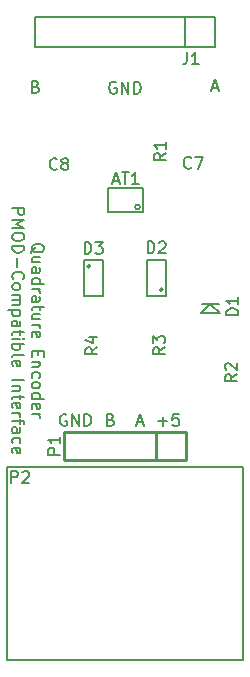
<source format=gbr>
G04 #@! TF.FileFunction,Legend,Top*
%FSLAX46Y46*%
G04 Gerber Fmt 4.6, Leading zero omitted, Abs format (unit mm)*
G04 Created by KiCad (PCBNEW 4.0.6) date Wed Jul 26 07:16:30 2017*
%MOMM*%
%LPD*%
G01*
G04 APERTURE LIST*
%ADD10C,0.100000*%
%ADD11C,0.150000*%
%ADD12C,0.254000*%
G04 APERTURE END LIST*
D10*
D11*
X129063857Y-105481429D02*
X129825762Y-105481429D01*
X129444810Y-105862381D02*
X129444810Y-105100476D01*
X130778143Y-104862381D02*
X130301952Y-104862381D01*
X130254333Y-105338571D01*
X130301952Y-105290952D01*
X130397190Y-105243333D01*
X130635286Y-105243333D01*
X130730524Y-105290952D01*
X130778143Y-105338571D01*
X130825762Y-105433810D01*
X130825762Y-105671905D01*
X130778143Y-105767143D01*
X130730524Y-105814762D01*
X130635286Y-105862381D01*
X130397190Y-105862381D01*
X130301952Y-105814762D01*
X130254333Y-105767143D01*
X127269905Y-105576667D02*
X127746096Y-105576667D01*
X127174667Y-105862381D02*
X127508000Y-104862381D01*
X127841334Y-105862381D01*
X125039429Y-105338571D02*
X125182286Y-105386190D01*
X125229905Y-105433810D01*
X125277524Y-105529048D01*
X125277524Y-105671905D01*
X125229905Y-105767143D01*
X125182286Y-105814762D01*
X125087048Y-105862381D01*
X124706095Y-105862381D01*
X124706095Y-104862381D01*
X125039429Y-104862381D01*
X125134667Y-104910000D01*
X125182286Y-104957619D01*
X125229905Y-105052857D01*
X125229905Y-105148095D01*
X125182286Y-105243333D01*
X125134667Y-105290952D01*
X125039429Y-105338571D01*
X124706095Y-105338571D01*
X121285096Y-104910000D02*
X121189858Y-104862381D01*
X121047001Y-104862381D01*
X120904143Y-104910000D01*
X120808905Y-105005238D01*
X120761286Y-105100476D01*
X120713667Y-105290952D01*
X120713667Y-105433810D01*
X120761286Y-105624286D01*
X120808905Y-105719524D01*
X120904143Y-105814762D01*
X121047001Y-105862381D01*
X121142239Y-105862381D01*
X121285096Y-105814762D01*
X121332715Y-105767143D01*
X121332715Y-105433810D01*
X121142239Y-105433810D01*
X121761286Y-105862381D02*
X121761286Y-104862381D01*
X122332715Y-105862381D01*
X122332715Y-104862381D01*
X122808905Y-105862381D02*
X122808905Y-104862381D01*
X123047000Y-104862381D01*
X123189858Y-104910000D01*
X123285096Y-105005238D01*
X123332715Y-105100476D01*
X123380334Y-105290952D01*
X123380334Y-105433810D01*
X123332715Y-105624286D01*
X123285096Y-105719524D01*
X123189858Y-105814762D01*
X123047000Y-105862381D01*
X122808905Y-105862381D01*
X118260381Y-91218570D02*
X118308000Y-91123332D01*
X118403238Y-91028094D01*
X118546095Y-90885237D01*
X118593714Y-90789998D01*
X118593714Y-90694760D01*
X118355619Y-90742379D02*
X118403238Y-90647141D01*
X118498476Y-90551903D01*
X118688952Y-90504284D01*
X119022286Y-90504284D01*
X119212762Y-90551903D01*
X119308000Y-90647141D01*
X119355619Y-90742379D01*
X119355619Y-90932856D01*
X119308000Y-91028094D01*
X119212762Y-91123332D01*
X119022286Y-91170951D01*
X118688952Y-91170951D01*
X118498476Y-91123332D01*
X118403238Y-91028094D01*
X118355619Y-90932856D01*
X118355619Y-90742379D01*
X119022286Y-92028094D02*
X118355619Y-92028094D01*
X119022286Y-91599522D02*
X118498476Y-91599522D01*
X118403238Y-91647141D01*
X118355619Y-91742379D01*
X118355619Y-91885237D01*
X118403238Y-91980475D01*
X118450857Y-92028094D01*
X118355619Y-92932856D02*
X118879429Y-92932856D01*
X118974667Y-92885237D01*
X119022286Y-92789999D01*
X119022286Y-92599522D01*
X118974667Y-92504284D01*
X118403238Y-92932856D02*
X118355619Y-92837618D01*
X118355619Y-92599522D01*
X118403238Y-92504284D01*
X118498476Y-92456665D01*
X118593714Y-92456665D01*
X118688952Y-92504284D01*
X118736571Y-92599522D01*
X118736571Y-92837618D01*
X118784190Y-92932856D01*
X118355619Y-93837618D02*
X119355619Y-93837618D01*
X118403238Y-93837618D02*
X118355619Y-93742380D01*
X118355619Y-93551903D01*
X118403238Y-93456665D01*
X118450857Y-93409046D01*
X118546095Y-93361427D01*
X118831810Y-93361427D01*
X118927048Y-93409046D01*
X118974667Y-93456665D01*
X119022286Y-93551903D01*
X119022286Y-93742380D01*
X118974667Y-93837618D01*
X118355619Y-94313808D02*
X119022286Y-94313808D01*
X118831810Y-94313808D02*
X118927048Y-94361427D01*
X118974667Y-94409046D01*
X119022286Y-94504284D01*
X119022286Y-94599523D01*
X118355619Y-95361428D02*
X118879429Y-95361428D01*
X118974667Y-95313809D01*
X119022286Y-95218571D01*
X119022286Y-95028094D01*
X118974667Y-94932856D01*
X118403238Y-95361428D02*
X118355619Y-95266190D01*
X118355619Y-95028094D01*
X118403238Y-94932856D01*
X118498476Y-94885237D01*
X118593714Y-94885237D01*
X118688952Y-94932856D01*
X118736571Y-95028094D01*
X118736571Y-95266190D01*
X118784190Y-95361428D01*
X119022286Y-95694761D02*
X119022286Y-96075713D01*
X119355619Y-95837618D02*
X118498476Y-95837618D01*
X118403238Y-95885237D01*
X118355619Y-95980475D01*
X118355619Y-96075713D01*
X119022286Y-96837619D02*
X118355619Y-96837619D01*
X119022286Y-96409047D02*
X118498476Y-96409047D01*
X118403238Y-96456666D01*
X118355619Y-96551904D01*
X118355619Y-96694762D01*
X118403238Y-96790000D01*
X118450857Y-96837619D01*
X118355619Y-97313809D02*
X119022286Y-97313809D01*
X118831810Y-97313809D02*
X118927048Y-97361428D01*
X118974667Y-97409047D01*
X119022286Y-97504285D01*
X119022286Y-97599524D01*
X118403238Y-98313810D02*
X118355619Y-98218572D01*
X118355619Y-98028095D01*
X118403238Y-97932857D01*
X118498476Y-97885238D01*
X118879429Y-97885238D01*
X118974667Y-97932857D01*
X119022286Y-98028095D01*
X119022286Y-98218572D01*
X118974667Y-98313810D01*
X118879429Y-98361429D01*
X118784190Y-98361429D01*
X118688952Y-97885238D01*
X118879429Y-99551905D02*
X118879429Y-99885239D01*
X118355619Y-100028096D02*
X118355619Y-99551905D01*
X119355619Y-99551905D01*
X119355619Y-100028096D01*
X119022286Y-100456667D02*
X118355619Y-100456667D01*
X118927048Y-100456667D02*
X118974667Y-100504286D01*
X119022286Y-100599524D01*
X119022286Y-100742382D01*
X118974667Y-100837620D01*
X118879429Y-100885239D01*
X118355619Y-100885239D01*
X118403238Y-101790001D02*
X118355619Y-101694763D01*
X118355619Y-101504286D01*
X118403238Y-101409048D01*
X118450857Y-101361429D01*
X118546095Y-101313810D01*
X118831810Y-101313810D01*
X118927048Y-101361429D01*
X118974667Y-101409048D01*
X119022286Y-101504286D01*
X119022286Y-101694763D01*
X118974667Y-101790001D01*
X118355619Y-102361429D02*
X118403238Y-102266191D01*
X118450857Y-102218572D01*
X118546095Y-102170953D01*
X118831810Y-102170953D01*
X118927048Y-102218572D01*
X118974667Y-102266191D01*
X119022286Y-102361429D01*
X119022286Y-102504287D01*
X118974667Y-102599525D01*
X118927048Y-102647144D01*
X118831810Y-102694763D01*
X118546095Y-102694763D01*
X118450857Y-102647144D01*
X118403238Y-102599525D01*
X118355619Y-102504287D01*
X118355619Y-102361429D01*
X118355619Y-103551906D02*
X119355619Y-103551906D01*
X118403238Y-103551906D02*
X118355619Y-103456668D01*
X118355619Y-103266191D01*
X118403238Y-103170953D01*
X118450857Y-103123334D01*
X118546095Y-103075715D01*
X118831810Y-103075715D01*
X118927048Y-103123334D01*
X118974667Y-103170953D01*
X119022286Y-103266191D01*
X119022286Y-103456668D01*
X118974667Y-103551906D01*
X118403238Y-104409049D02*
X118355619Y-104313811D01*
X118355619Y-104123334D01*
X118403238Y-104028096D01*
X118498476Y-103980477D01*
X118879429Y-103980477D01*
X118974667Y-104028096D01*
X119022286Y-104123334D01*
X119022286Y-104313811D01*
X118974667Y-104409049D01*
X118879429Y-104456668D01*
X118784190Y-104456668D01*
X118688952Y-103980477D01*
X118355619Y-104885239D02*
X119022286Y-104885239D01*
X118831810Y-104885239D02*
X118927048Y-104932858D01*
X118974667Y-104980477D01*
X119022286Y-105075715D01*
X119022286Y-105170954D01*
X116705619Y-87432856D02*
X117705619Y-87432856D01*
X117705619Y-87813809D01*
X117658000Y-87909047D01*
X117610381Y-87956666D01*
X117515143Y-88004285D01*
X117372286Y-88004285D01*
X117277048Y-87956666D01*
X117229429Y-87909047D01*
X117181810Y-87813809D01*
X117181810Y-87432856D01*
X116705619Y-88432856D02*
X117705619Y-88432856D01*
X116991333Y-88766190D01*
X117705619Y-89099523D01*
X116705619Y-89099523D01*
X117705619Y-89766189D02*
X117705619Y-89956666D01*
X117658000Y-90051904D01*
X117562762Y-90147142D01*
X117372286Y-90194761D01*
X117038952Y-90194761D01*
X116848476Y-90147142D01*
X116753238Y-90051904D01*
X116705619Y-89956666D01*
X116705619Y-89766189D01*
X116753238Y-89670951D01*
X116848476Y-89575713D01*
X117038952Y-89528094D01*
X117372286Y-89528094D01*
X117562762Y-89575713D01*
X117658000Y-89670951D01*
X117705619Y-89766189D01*
X116705619Y-90623332D02*
X117705619Y-90623332D01*
X117705619Y-90861427D01*
X117658000Y-91004285D01*
X117562762Y-91099523D01*
X117467524Y-91147142D01*
X117277048Y-91194761D01*
X117134190Y-91194761D01*
X116943714Y-91147142D01*
X116848476Y-91099523D01*
X116753238Y-91004285D01*
X116705619Y-90861427D01*
X116705619Y-90623332D01*
X117086571Y-91623332D02*
X117086571Y-92385237D01*
X116800857Y-93432856D02*
X116753238Y-93385237D01*
X116705619Y-93242380D01*
X116705619Y-93147142D01*
X116753238Y-93004284D01*
X116848476Y-92909046D01*
X116943714Y-92861427D01*
X117134190Y-92813808D01*
X117277048Y-92813808D01*
X117467524Y-92861427D01*
X117562762Y-92909046D01*
X117658000Y-93004284D01*
X117705619Y-93147142D01*
X117705619Y-93242380D01*
X117658000Y-93385237D01*
X117610381Y-93432856D01*
X116705619Y-94004284D02*
X116753238Y-93909046D01*
X116800857Y-93861427D01*
X116896095Y-93813808D01*
X117181810Y-93813808D01*
X117277048Y-93861427D01*
X117324667Y-93909046D01*
X117372286Y-94004284D01*
X117372286Y-94147142D01*
X117324667Y-94242380D01*
X117277048Y-94289999D01*
X117181810Y-94337618D01*
X116896095Y-94337618D01*
X116800857Y-94289999D01*
X116753238Y-94242380D01*
X116705619Y-94147142D01*
X116705619Y-94004284D01*
X116705619Y-94766189D02*
X117372286Y-94766189D01*
X117277048Y-94766189D02*
X117324667Y-94813808D01*
X117372286Y-94909046D01*
X117372286Y-95051904D01*
X117324667Y-95147142D01*
X117229429Y-95194761D01*
X116705619Y-95194761D01*
X117229429Y-95194761D02*
X117324667Y-95242380D01*
X117372286Y-95337618D01*
X117372286Y-95480475D01*
X117324667Y-95575713D01*
X117229429Y-95623332D01*
X116705619Y-95623332D01*
X117372286Y-96099522D02*
X116372286Y-96099522D01*
X117324667Y-96099522D02*
X117372286Y-96194760D01*
X117372286Y-96385237D01*
X117324667Y-96480475D01*
X117277048Y-96528094D01*
X117181810Y-96575713D01*
X116896095Y-96575713D01*
X116800857Y-96528094D01*
X116753238Y-96480475D01*
X116705619Y-96385237D01*
X116705619Y-96194760D01*
X116753238Y-96099522D01*
X116705619Y-97432856D02*
X117229429Y-97432856D01*
X117324667Y-97385237D01*
X117372286Y-97289999D01*
X117372286Y-97099522D01*
X117324667Y-97004284D01*
X116753238Y-97432856D02*
X116705619Y-97337618D01*
X116705619Y-97099522D01*
X116753238Y-97004284D01*
X116848476Y-96956665D01*
X116943714Y-96956665D01*
X117038952Y-97004284D01*
X117086571Y-97099522D01*
X117086571Y-97337618D01*
X117134190Y-97432856D01*
X117372286Y-97766189D02*
X117372286Y-98147141D01*
X117705619Y-97909046D02*
X116848476Y-97909046D01*
X116753238Y-97956665D01*
X116705619Y-98051903D01*
X116705619Y-98147141D01*
X116705619Y-98480475D02*
X117372286Y-98480475D01*
X117705619Y-98480475D02*
X117658000Y-98432856D01*
X117610381Y-98480475D01*
X117658000Y-98528094D01*
X117705619Y-98480475D01*
X117610381Y-98480475D01*
X116705619Y-98956665D02*
X117705619Y-98956665D01*
X117324667Y-98956665D02*
X117372286Y-99051903D01*
X117372286Y-99242380D01*
X117324667Y-99337618D01*
X117277048Y-99385237D01*
X117181810Y-99432856D01*
X116896095Y-99432856D01*
X116800857Y-99385237D01*
X116753238Y-99337618D01*
X116705619Y-99242380D01*
X116705619Y-99051903D01*
X116753238Y-98956665D01*
X116705619Y-100004284D02*
X116753238Y-99909046D01*
X116848476Y-99861427D01*
X117705619Y-99861427D01*
X116753238Y-100766190D02*
X116705619Y-100670952D01*
X116705619Y-100480475D01*
X116753238Y-100385237D01*
X116848476Y-100337618D01*
X117229429Y-100337618D01*
X117324667Y-100385237D01*
X117372286Y-100480475D01*
X117372286Y-100670952D01*
X117324667Y-100766190D01*
X117229429Y-100813809D01*
X117134190Y-100813809D01*
X117038952Y-100337618D01*
X116705619Y-102004285D02*
X117705619Y-102004285D01*
X117372286Y-102480475D02*
X116705619Y-102480475D01*
X117277048Y-102480475D02*
X117324667Y-102528094D01*
X117372286Y-102623332D01*
X117372286Y-102766190D01*
X117324667Y-102861428D01*
X117229429Y-102909047D01*
X116705619Y-102909047D01*
X117372286Y-103242380D02*
X117372286Y-103623332D01*
X117705619Y-103385237D02*
X116848476Y-103385237D01*
X116753238Y-103432856D01*
X116705619Y-103528094D01*
X116705619Y-103623332D01*
X116753238Y-104337619D02*
X116705619Y-104242381D01*
X116705619Y-104051904D01*
X116753238Y-103956666D01*
X116848476Y-103909047D01*
X117229429Y-103909047D01*
X117324667Y-103956666D01*
X117372286Y-104051904D01*
X117372286Y-104242381D01*
X117324667Y-104337619D01*
X117229429Y-104385238D01*
X117134190Y-104385238D01*
X117038952Y-103909047D01*
X116705619Y-104813809D02*
X117372286Y-104813809D01*
X117181810Y-104813809D02*
X117277048Y-104861428D01*
X117324667Y-104909047D01*
X117372286Y-105004285D01*
X117372286Y-105099524D01*
X117372286Y-105290000D02*
X117372286Y-105670952D01*
X116705619Y-105432857D02*
X117562762Y-105432857D01*
X117658000Y-105480476D01*
X117705619Y-105575714D01*
X117705619Y-105670952D01*
X116705619Y-106432858D02*
X117229429Y-106432858D01*
X117324667Y-106385239D01*
X117372286Y-106290001D01*
X117372286Y-106099524D01*
X117324667Y-106004286D01*
X116753238Y-106432858D02*
X116705619Y-106337620D01*
X116705619Y-106099524D01*
X116753238Y-106004286D01*
X116848476Y-105956667D01*
X116943714Y-105956667D01*
X117038952Y-106004286D01*
X117086571Y-106099524D01*
X117086571Y-106337620D01*
X117134190Y-106432858D01*
X116753238Y-107337620D02*
X116705619Y-107242382D01*
X116705619Y-107051905D01*
X116753238Y-106956667D01*
X116800857Y-106909048D01*
X116896095Y-106861429D01*
X117181810Y-106861429D01*
X117277048Y-106909048D01*
X117324667Y-106956667D01*
X117372286Y-107051905D01*
X117372286Y-107242382D01*
X117324667Y-107337620D01*
X116753238Y-108147144D02*
X116705619Y-108051906D01*
X116705619Y-107861429D01*
X116753238Y-107766191D01*
X116848476Y-107718572D01*
X117229429Y-107718572D01*
X117324667Y-107766191D01*
X117372286Y-107861429D01*
X117372286Y-108051906D01*
X117324667Y-108147144D01*
X117229429Y-108194763D01*
X117134190Y-108194763D01*
X117038952Y-107718572D01*
X125476096Y-76779500D02*
X125380858Y-76731881D01*
X125238001Y-76731881D01*
X125095143Y-76779500D01*
X124999905Y-76874738D01*
X124952286Y-76969976D01*
X124904667Y-77160452D01*
X124904667Y-77303310D01*
X124952286Y-77493786D01*
X124999905Y-77589024D01*
X125095143Y-77684262D01*
X125238001Y-77731881D01*
X125333239Y-77731881D01*
X125476096Y-77684262D01*
X125523715Y-77636643D01*
X125523715Y-77303310D01*
X125333239Y-77303310D01*
X125952286Y-77731881D02*
X125952286Y-76731881D01*
X126523715Y-77731881D01*
X126523715Y-76731881D01*
X126999905Y-77731881D02*
X126999905Y-76731881D01*
X127238000Y-76731881D01*
X127380858Y-76779500D01*
X127476096Y-76874738D01*
X127523715Y-76969976D01*
X127571334Y-77160452D01*
X127571334Y-77303310D01*
X127523715Y-77493786D01*
X127476096Y-77589024D01*
X127380858Y-77684262D01*
X127238000Y-77731881D01*
X126999905Y-77731881D01*
X118689429Y-77144571D02*
X118832286Y-77192190D01*
X118879905Y-77239810D01*
X118927524Y-77335048D01*
X118927524Y-77477905D01*
X118879905Y-77573143D01*
X118832286Y-77620762D01*
X118737048Y-77668381D01*
X118356095Y-77668381D01*
X118356095Y-76668381D01*
X118689429Y-76668381D01*
X118784667Y-76716000D01*
X118832286Y-76763619D01*
X118879905Y-76858857D01*
X118879905Y-76954095D01*
X118832286Y-77049333D01*
X118784667Y-77096952D01*
X118689429Y-77144571D01*
X118356095Y-77144571D01*
X133619905Y-77255667D02*
X134096096Y-77255667D01*
X133524667Y-77541381D02*
X133858000Y-76541381D01*
X134191334Y-77541381D01*
X134077000Y-95585000D02*
X134177000Y-95585000D01*
X132777000Y-95585000D02*
X134077000Y-95585000D01*
X133477000Y-95585000D02*
X132677000Y-96285000D01*
X134277000Y-96285000D02*
X133477000Y-95585000D01*
X134277000Y-96285000D02*
X132677000Y-96285000D01*
X116238000Y-109890000D02*
X116238000Y-109390000D01*
X116238000Y-109390000D02*
X136238000Y-109390000D01*
X136238000Y-109390000D02*
X136238000Y-109890000D01*
X136238000Y-125690000D02*
X136238000Y-109890000D01*
X116238000Y-109890000D02*
X116238000Y-125690000D01*
X135338000Y-125690000D02*
X136238000Y-125690000D01*
X117138000Y-125690000D02*
X116238000Y-125690000D01*
X117138000Y-125690000D02*
X135338000Y-125690000D01*
D12*
X121038000Y-108769000D02*
X131438000Y-108769000D01*
X131438000Y-106369000D02*
X121038000Y-106369000D01*
X131438000Y-108769000D02*
X131438000Y-106369000D01*
X128838000Y-106369000D02*
X128838000Y-108769000D01*
X121038000Y-108769000D02*
X121038000Y-106369000D01*
D11*
X129446421Y-94345000D02*
G75*
G03X129446421Y-94345000I-141421J0D01*
G01*
X129705000Y-91845000D02*
X128105000Y-91845000D01*
X128105000Y-91845000D02*
X128105000Y-94845000D01*
X128105000Y-94845000D02*
X129705000Y-94845000D01*
X129705000Y-94845000D02*
X129705000Y-91845000D01*
X122771000Y-91845000D02*
X122771000Y-94845000D01*
X124371000Y-91845000D02*
X122771000Y-91845000D01*
X124371000Y-94845000D02*
X124371000Y-91845000D01*
X122771000Y-94845000D02*
X124371000Y-94845000D01*
X123312421Y-92345000D02*
G75*
G03X123312421Y-92345000I-141421J0D01*
G01*
X127501500Y-87341000D02*
G75*
G03X127501500Y-87341000I-200000J0D01*
G01*
X124801500Y-85741000D02*
X127801500Y-85741000D01*
X127801500Y-87741000D02*
X124801500Y-87741000D01*
X127801500Y-87741000D02*
X127801500Y-85741000D01*
X124801500Y-87741000D02*
X124801500Y-85741000D01*
X131318000Y-71247000D02*
X131318000Y-73787000D01*
X133858000Y-71247000D02*
X133858000Y-73787000D01*
X133858000Y-73787000D02*
X118618000Y-73787000D01*
X118618000Y-73787000D02*
X118618000Y-71247000D01*
X118618000Y-71247000D02*
X133858000Y-71247000D01*
X135834381Y-96496095D02*
X134834381Y-96496095D01*
X134834381Y-96258000D01*
X134882000Y-96115142D01*
X134977238Y-96019904D01*
X135072476Y-95972285D01*
X135262952Y-95924666D01*
X135405810Y-95924666D01*
X135596286Y-95972285D01*
X135691524Y-96019904D01*
X135786762Y-96115142D01*
X135834381Y-96258000D01*
X135834381Y-96496095D01*
X135834381Y-94972285D02*
X135834381Y-95543714D01*
X135834381Y-95258000D02*
X134834381Y-95258000D01*
X134977238Y-95353238D01*
X135072476Y-95448476D01*
X135120095Y-95543714D01*
X129674881Y-82780166D02*
X129198690Y-83113500D01*
X129674881Y-83351595D02*
X128674881Y-83351595D01*
X128674881Y-82970642D01*
X128722500Y-82875404D01*
X128770119Y-82827785D01*
X128865357Y-82780166D01*
X129008214Y-82780166D01*
X129103452Y-82827785D01*
X129151071Y-82875404D01*
X129198690Y-82970642D01*
X129198690Y-83351595D01*
X129674881Y-81827785D02*
X129674881Y-82399214D01*
X129674881Y-82113500D02*
X128674881Y-82113500D01*
X128817738Y-82208738D01*
X128912976Y-82303976D01*
X128960595Y-82399214D01*
X135707381Y-101512666D02*
X135231190Y-101846000D01*
X135707381Y-102084095D02*
X134707381Y-102084095D01*
X134707381Y-101703142D01*
X134755000Y-101607904D01*
X134802619Y-101560285D01*
X134897857Y-101512666D01*
X135040714Y-101512666D01*
X135135952Y-101560285D01*
X135183571Y-101607904D01*
X135231190Y-101703142D01*
X135231190Y-102084095D01*
X134802619Y-101131714D02*
X134755000Y-101084095D01*
X134707381Y-100988857D01*
X134707381Y-100750761D01*
X134755000Y-100655523D01*
X134802619Y-100607904D01*
X134897857Y-100560285D01*
X134993095Y-100560285D01*
X135135952Y-100607904D01*
X135707381Y-101179333D01*
X135707381Y-100560285D01*
X129611381Y-99226666D02*
X129135190Y-99560000D01*
X129611381Y-99798095D02*
X128611381Y-99798095D01*
X128611381Y-99417142D01*
X128659000Y-99321904D01*
X128706619Y-99274285D01*
X128801857Y-99226666D01*
X128944714Y-99226666D01*
X129039952Y-99274285D01*
X129087571Y-99321904D01*
X129135190Y-99417142D01*
X129135190Y-99798095D01*
X128611381Y-98893333D02*
X128611381Y-98274285D01*
X128992333Y-98607619D01*
X128992333Y-98464761D01*
X129039952Y-98369523D01*
X129087571Y-98321904D01*
X129182810Y-98274285D01*
X129420905Y-98274285D01*
X129516143Y-98321904D01*
X129563762Y-98369523D01*
X129611381Y-98464761D01*
X129611381Y-98750476D01*
X129563762Y-98845714D01*
X129516143Y-98893333D01*
X123896381Y-99226666D02*
X123420190Y-99560000D01*
X123896381Y-99798095D02*
X122896381Y-99798095D01*
X122896381Y-99417142D01*
X122944000Y-99321904D01*
X122991619Y-99274285D01*
X123086857Y-99226666D01*
X123229714Y-99226666D01*
X123324952Y-99274285D01*
X123372571Y-99321904D01*
X123420190Y-99417142D01*
X123420190Y-99798095D01*
X123229714Y-98369523D02*
X123896381Y-98369523D01*
X122848762Y-98607619D02*
X123563048Y-98845714D01*
X123563048Y-98226666D01*
X131849834Y-83986643D02*
X131802215Y-84034262D01*
X131659358Y-84081881D01*
X131564120Y-84081881D01*
X131421262Y-84034262D01*
X131326024Y-83939024D01*
X131278405Y-83843786D01*
X131230786Y-83653310D01*
X131230786Y-83510452D01*
X131278405Y-83319976D01*
X131326024Y-83224738D01*
X131421262Y-83129500D01*
X131564120Y-83081881D01*
X131659358Y-83081881D01*
X131802215Y-83129500D01*
X131849834Y-83177119D01*
X132183167Y-83081881D02*
X132849834Y-83081881D01*
X132421262Y-84081881D01*
X120721381Y-108307095D02*
X119721381Y-108307095D01*
X119721381Y-107926142D01*
X119769000Y-107830904D01*
X119816619Y-107783285D01*
X119911857Y-107735666D01*
X120054714Y-107735666D01*
X120149952Y-107783285D01*
X120197571Y-107830904D01*
X120245190Y-107926142D01*
X120245190Y-108307095D01*
X120721381Y-106783285D02*
X120721381Y-107354714D01*
X120721381Y-107069000D02*
X119721381Y-107069000D01*
X119864238Y-107164238D01*
X119959476Y-107259476D01*
X120007095Y-107354714D01*
X116609905Y-110688381D02*
X116609905Y-109688381D01*
X116990858Y-109688381D01*
X117086096Y-109736000D01*
X117133715Y-109783619D01*
X117181334Y-109878857D01*
X117181334Y-110021714D01*
X117133715Y-110116952D01*
X117086096Y-110164571D01*
X116990858Y-110212190D01*
X116609905Y-110212190D01*
X117562286Y-109783619D02*
X117609905Y-109736000D01*
X117705143Y-109688381D01*
X117943239Y-109688381D01*
X118038477Y-109736000D01*
X118086096Y-109783619D01*
X118133715Y-109878857D01*
X118133715Y-109974095D01*
X118086096Y-110116952D01*
X117514667Y-110688381D01*
X118133715Y-110688381D01*
X120483334Y-84113643D02*
X120435715Y-84161262D01*
X120292858Y-84208881D01*
X120197620Y-84208881D01*
X120054762Y-84161262D01*
X119959524Y-84066024D01*
X119911905Y-83970786D01*
X119864286Y-83780310D01*
X119864286Y-83637452D01*
X119911905Y-83446976D01*
X119959524Y-83351738D01*
X120054762Y-83256500D01*
X120197620Y-83208881D01*
X120292858Y-83208881D01*
X120435715Y-83256500D01*
X120483334Y-83304119D01*
X121054762Y-83637452D02*
X120959524Y-83589833D01*
X120911905Y-83542214D01*
X120864286Y-83446976D01*
X120864286Y-83399357D01*
X120911905Y-83304119D01*
X120959524Y-83256500D01*
X121054762Y-83208881D01*
X121245239Y-83208881D01*
X121340477Y-83256500D01*
X121388096Y-83304119D01*
X121435715Y-83399357D01*
X121435715Y-83446976D01*
X121388096Y-83542214D01*
X121340477Y-83589833D01*
X121245239Y-83637452D01*
X121054762Y-83637452D01*
X120959524Y-83685071D01*
X120911905Y-83732690D01*
X120864286Y-83827929D01*
X120864286Y-84018405D01*
X120911905Y-84113643D01*
X120959524Y-84161262D01*
X121054762Y-84208881D01*
X121245239Y-84208881D01*
X121340477Y-84161262D01*
X121388096Y-84113643D01*
X121435715Y-84018405D01*
X121435715Y-83827929D01*
X121388096Y-83732690D01*
X121340477Y-83685071D01*
X121245239Y-83637452D01*
X128166905Y-91257381D02*
X128166905Y-90257381D01*
X128405000Y-90257381D01*
X128547858Y-90305000D01*
X128643096Y-90400238D01*
X128690715Y-90495476D01*
X128738334Y-90685952D01*
X128738334Y-90828810D01*
X128690715Y-91019286D01*
X128643096Y-91114524D01*
X128547858Y-91209762D01*
X128405000Y-91257381D01*
X128166905Y-91257381D01*
X129119286Y-90352619D02*
X129166905Y-90305000D01*
X129262143Y-90257381D01*
X129500239Y-90257381D01*
X129595477Y-90305000D01*
X129643096Y-90352619D01*
X129690715Y-90447857D01*
X129690715Y-90543095D01*
X129643096Y-90685952D01*
X129071667Y-91257381D01*
X129690715Y-91257381D01*
X122832905Y-91297381D02*
X122832905Y-90297381D01*
X123071000Y-90297381D01*
X123213858Y-90345000D01*
X123309096Y-90440238D01*
X123356715Y-90535476D01*
X123404334Y-90725952D01*
X123404334Y-90868810D01*
X123356715Y-91059286D01*
X123309096Y-91154524D01*
X123213858Y-91249762D01*
X123071000Y-91297381D01*
X122832905Y-91297381D01*
X123737667Y-90297381D02*
X124356715Y-90297381D01*
X124023381Y-90678333D01*
X124166239Y-90678333D01*
X124261477Y-90725952D01*
X124309096Y-90773571D01*
X124356715Y-90868810D01*
X124356715Y-91106905D01*
X124309096Y-91202143D01*
X124261477Y-91249762D01*
X124166239Y-91297381D01*
X123880524Y-91297381D01*
X123785286Y-91249762D01*
X123737667Y-91202143D01*
X125206262Y-85129667D02*
X125682453Y-85129667D01*
X125111024Y-85415381D02*
X125444357Y-84415381D01*
X125777691Y-85415381D01*
X125968167Y-84415381D02*
X126539596Y-84415381D01*
X126253881Y-85415381D02*
X126253881Y-84415381D01*
X127396739Y-85415381D02*
X126825310Y-85415381D01*
X127111024Y-85415381D02*
X127111024Y-84415381D01*
X127015786Y-84558238D01*
X126920548Y-84653476D01*
X126825310Y-84701095D01*
X131492667Y-74255381D02*
X131492667Y-74969667D01*
X131445047Y-75112524D01*
X131349809Y-75207762D01*
X131206952Y-75255381D01*
X131111714Y-75255381D01*
X132492667Y-75255381D02*
X131921238Y-75255381D01*
X132206952Y-75255381D02*
X132206952Y-74255381D01*
X132111714Y-74398238D01*
X132016476Y-74493476D01*
X131921238Y-74541095D01*
M02*

</source>
